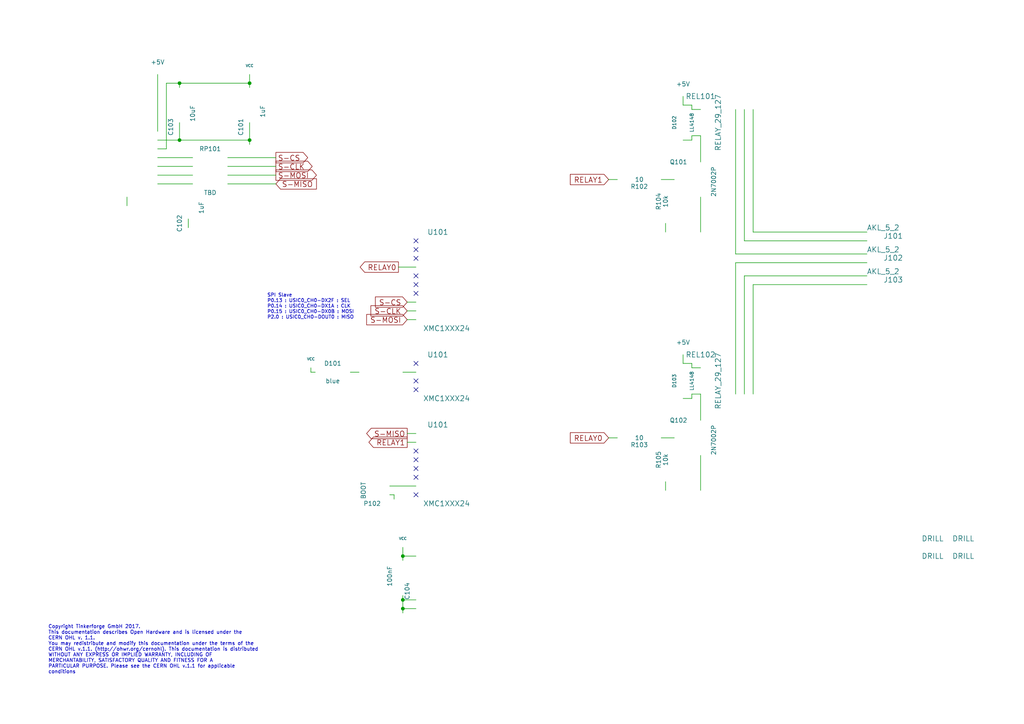
<source format=kicad_sch>
(kicad_sch (version 20230121) (generator eeschema)
  (paper "A4")
  (title_block (title "Dual Relay") (date "2017-04-27") (rev "2.0") (company "Tinkerforge GmbH") (comment 1 "Licensed under CERN OHL v.1.1") (comment 2 "Copyright (©) 2017, B.Nordmeyer <bastian@tinkerforge.com>"))
  (lib_symbols)
  (junction (at 72.39 40.64))
  (junction (at 52.07 40.64))
  (junction (at 52.07 24.13))
  (junction (at 116.84 176.53))
  (junction (at 116.84 161.29))
  (junction (at 116.84 173.99))
  (junction (at 72.39 24.13))
  (no_connect (at 120.65 74.93))
  (no_connect (at 120.65 105.41))
  (no_connect (at 120.65 110.49))
  (no_connect (at 120.65 135.89))
  (no_connect (at 120.65 143.51))
  (no_connect (at 120.65 72.39))
  (no_connect (at 120.65 113.03))
  (no_connect (at 120.65 69.85))
  (no_connect (at 120.65 133.35))
  (no_connect (at 120.65 130.81))
  (no_connect (at 120.65 85.09))
  (no_connect (at 120.65 138.43))
  (no_connect (at 120.65 82.55))
  (no_connect (at 120.65 80.01))
  (wire (pts (xy 45.72 38.1) (xy 45.72 21.59)))
  (wire (pts (xy 200.66 30.48) (xy 198.12 30.48)))
  (wire (pts (xy 116.84 107.95) (xy 120.65 107.95)))
  (wire (pts (xy 200.66 39.37) (xy 203.2 39.37)))
  (wire (pts (xy 115.57 77.47) (xy 120.65 77.47)))
  (wire (pts (xy 120.65 173.99) (xy 116.84 173.99)))
  (wire (pts (xy 120.65 92.71) (xy 118.11 92.71)))
  (wire (pts (xy 118.11 125.73) (xy 120.65 125.73)))
  (wire (pts (xy 52.07 24.13) (xy 72.39 24.13)))
  (wire (pts (xy 176.53 127) (xy 179.07 127)))
  (wire (pts (xy 116.84 161.29) (xy 120.65 161.29)))
  (wire (pts (xy 203.2 106.68) (xy 200.66 106.68)))
  (wire (pts (xy 193.04 142.24) (xy 193.04 139.7)))
  (wire (pts (xy 48.26 24.13) (xy 52.07 24.13)))
  (wire (pts (xy 198.12 105.41) (xy 198.12 102.87)))
  (wire (pts (xy 203.2 31.75) (xy 200.66 31.75)))
  (wire (pts (xy 193.04 67.31) (xy 193.04 64.77)))
  (wire (pts (xy 52.07 35.56) (xy 52.07 40.64)))
  (wire (pts (xy 66.04 50.8) (xy 80.01 50.8)))
  (wire (pts (xy 218.44 82.55) (xy 218.44 114.3)))
  (wire (pts (xy 203.2 121.92) (xy 203.2 114.3)))
  (wire (pts (xy 45.72 53.34) (xy 55.88 53.34)))
  (wire (pts (xy 200.66 40.64) (xy 200.66 39.37)))
  (wire (pts (xy 48.26 43.18) (xy 48.26 24.13)))
  (wire (pts (xy 72.39 21.59) (xy 72.39 24.13)))
  (wire (pts (xy 113.03 143.51) (xy 114.3 143.51)))
  (wire (pts (xy 203.2 132.08) (xy 203.2 142.24)))
  (wire (pts (xy 91.44 107.95) (xy 90.17 107.95)))
  (wire (pts (xy 80.01 53.34) (xy 66.04 53.34)))
  (wire (pts (xy 218.44 31.75) (xy 218.44 67.31)))
  (wire (pts (xy 118.11 87.63) (xy 120.65 87.63)))
  (wire (pts (xy 203.2 57.15) (xy 203.2 67.31)))
  (wire (pts (xy 114.3 143.51) (xy 114.3 144.78)))
  (wire (pts (xy 200.66 105.41) (xy 198.12 105.41)))
  (wire (pts (xy 191.77 127) (xy 195.58 127)))
  (wire (pts (xy 215.9 31.75) (xy 215.9 69.85)))
  (wire (pts (xy 72.39 35.56) (xy 72.39 40.64)))
  (wire (pts (xy 52.07 40.64) (xy 72.39 40.64)))
  (wire (pts (xy 36.83 59.69) (xy 36.83 57.15)))
  (wire (pts (xy 200.66 115.57) (xy 200.66 114.3)))
  (wire (pts (xy 213.36 73.66) (xy 251.46 73.66)))
  (wire (pts (xy 90.17 107.95) (xy 90.17 106.68)))
  (wire (pts (xy 176.53 52.07) (xy 179.07 52.07)))
  (wire (pts (xy 72.39 24.13) (xy 72.39 25.4)))
  (wire (pts (xy 116.84 173.99) (xy 116.84 176.53)))
  (wire (pts (xy 116.84 158.75) (xy 116.84 161.29)))
  (wire (pts (xy 251.46 82.55) (xy 218.44 82.55)))
  (wire (pts (xy 215.9 80.01) (xy 215.9 114.3)))
  (wire (pts (xy 203.2 46.99) (xy 203.2 39.37)))
  (wire (pts (xy 200.66 114.3) (xy 203.2 114.3)))
  (wire (pts (xy 66.04 45.72) (xy 80.01 45.72)))
  (wire (pts (xy 200.66 31.75) (xy 200.66 30.48)))
  (wire (pts (xy 213.36 31.75) (xy 213.36 73.66)))
  (wire (pts (xy 215.9 69.85) (xy 251.46 69.85)))
  (wire (pts (xy 45.72 43.18) (xy 48.26 43.18)))
  (wire (pts (xy 72.39 40.64) (xy 72.39 41.91)))
  (wire (pts (xy 116.84 161.29) (xy 116.84 162.56)))
  (wire (pts (xy 251.46 80.01) (xy 215.9 80.01)))
  (wire (pts (xy 54.61 63.5) (xy 54.61 66.04)))
  (wire (pts (xy 113.03 140.97) (xy 120.65 140.97)))
  (wire (pts (xy 200.66 106.68) (xy 200.66 105.41)))
  (wire (pts (xy 45.72 40.64) (xy 52.07 40.64)))
  (wire (pts (xy 45.72 48.26) (xy 55.88 48.26)))
  (wire (pts (xy 80.01 48.26) (xy 66.04 48.26)))
  (wire (pts (xy 198.12 115.57) (xy 200.66 115.57)))
  (wire (pts (xy 116.84 176.53) (xy 120.65 176.53)))
  (wire (pts (xy 251.46 76.2) (xy 213.36 76.2)))
  (wire (pts (xy 45.72 45.72) (xy 55.88 45.72)))
  (wire (pts (xy 213.36 76.2) (xy 213.36 114.3)))
  (wire (pts (xy 191.77 52.07) (xy 195.58 52.07)))
  (wire (pts (xy 104.14 107.95) (xy 101.6 107.95)))
  (wire (pts (xy 45.72 50.8) (xy 55.88 50.8)))
  (wire (pts (xy 116.84 176.53) (xy 116.84 177.8)))
  (wire (pts (xy 198.12 40.64) (xy 200.66 40.64)))
  (wire (pts (xy 198.12 30.48) (xy 198.12 27.94)))
  (wire (pts (xy 116.84 172.72) (xy 116.84 173.99)))
  (wire (pts (xy 120.65 90.17) (xy 118.11 90.17)))
  (wire (pts (xy 218.44 67.31) (xy 251.46 67.31)))
  (wire (pts (xy 118.11 128.27) (xy 120.65 128.27)))
  (wire (pts (xy 52.07 24.13) (xy 52.07 25.4)))
  (text "SPI Slave\nP0.13 : USIC0_CH0-DX2F : SEL\nP0.14 : USIC0_CH0-DX1A : CLK\nP0.15 : USIC0_CH0-DX0B : MOSI\nP2.0 : USIC0_CH0-DOUT0 : MISO" (at 77.47 92.71 0) (effects (font (size 0.9906 0.9906)) (justify left bottom)))
  (text "Copyright Tinkerforge GmbH 2017.\nThis documentation describes Open Hardware and is licensed under the\nCERN OHL v. 1.1.\nYou may redistribute and modify this documentation under the terms of the\nCERN OHL v.1.1. (http://ohwr.org/cernohl). This documentation is distributed\nWITHOUT ANY EXPRESS OR IMPLIED WARRANTY, INCLUDING OF\nMERCHANTABILITY, SATISFACTORY QUALITY AND FITNESS FOR A\nPARTICULAR PURPOSE. Please see the CERN OHL v.1.1 for applicable\nconditions\n" (at 13.97 195.58 0) (effects (font (size 1.016 1.016)) (justify left bottom)))
  (global_label "S-CLK" (shape input) (at 118.11 90.17 180) (effects (font (size 1.524 1.524))) (property "Intersheetrefs" "${INTERSHEET_REFS}" (effects hide)))
  (global_label "RELAY0" (shape input) (at 176.53 127 180) (effects (font (size 1.524 1.524))) (property "Intersheetrefs" "${INTERSHEET_REFS}" (effects hide)))
  (global_label "RELAY0" (shape output) (at 115.57 77.47 180) (effects (font (size 1.524 1.524))) (property "Intersheetrefs" "${INTERSHEET_REFS}" (effects hide)))
  (global_label "S-MISO" (shape output) (at 118.11 125.73 180) (effects (font (size 1.524 1.524))) (property "Intersheetrefs" "${INTERSHEET_REFS}" (effects hide)))
  (global_label "S-CLK" (shape output) (at 80.01 48.26 0) (effects (font (size 1.524 1.524))) (property "Intersheetrefs" "${INTERSHEET_REFS}" (effects hide)))
  (global_label "S-MISO" (shape input) (at 80.01 53.34 0) (effects (font (size 1.524 1.524))) (property "Intersheetrefs" "${INTERSHEET_REFS}" (effects hide)))
  (global_label "S-MOSI" (shape output) (at 80.01 50.8 0) (effects (font (size 1.524 1.524))) (property "Intersheetrefs" "${INTERSHEET_REFS}" (effects hide)))
  (global_label "S-CS" (shape output) (at 80.01 45.72 0) (effects (font (size 1.524 1.524))) (property "Intersheetrefs" "${INTERSHEET_REFS}" (effects hide)))
  (global_label "RELAY1" (shape input) (at 176.53 52.07 180) (effects (font (size 1.524 1.524))) (property "Intersheetrefs" "${INTERSHEET_REFS}" (effects hide)))
  (global_label "S-MOSI" (shape input) (at 118.11 92.71 180) (effects (font (size 1.524 1.524))) (property "Intersheetrefs" "${INTERSHEET_REFS}" (effects hide)))
  (global_label "S-CS" (shape input) (at 118.11 87.63 180) (effects (font (size 1.524 1.524))) (property "Intersheetrefs" "${INTERSHEET_REFS}" (effects hide)))
  (global_label "RELAY1" (shape output) (at 118.11 128.27 180) (effects (font (size 1.524 1.524))) (property "Intersheetrefs" "${INTERSHEET_REFS}" (effects hide)))
  (symbol (lib_id "CON-SENSOR2") (at 36.83 45.72 0) (mirror y) (unit 1)
    (property "Reference" "P101" (at 33.02 35.56 0) (effects (font (size 1.524 1.524))))
    (property "Value" "CON-SENSOR2" (at 33.02 45.72 90) (effects (font (size 1.524 1.524))))
    (property "Footprint" "CON-SENSOR2" (effects hide))
  )
  (symbol (lib_id "GND") (at 36.83 59.69 0) (unit 1)
    (property "Reference" "#PWR101" (effects hide))
    (property "Value" "GND" (effects hide))
  )
  (symbol (lib_id "VCC") (at 72.39 21.59 0) (unit 1)
    (property "Reference" "#PWR104" (effects hide))
    (property "Value" "VCC" (at 72.39 19.05 0) (effects (font (size 0.762 0.762))))
  )
  (symbol (lib_id "DRILL") (at 279.4 156.21 0) (unit 1)
    (property "Reference" "U104" (effects hide))
    (property "Value" "DRILL" (at 279.4 156.21 0) (effects (font (size 1.524 1.524))))
    (property "Footprint" "DRILL_NP" (effects hide))
  )
  (symbol (lib_id "DRILL") (at 279.4 161.29 0) (unit 1)
    (property "Reference" "U105" (effects hide))
    (property "Value" "DRILL" (at 279.4 161.29 0) (effects (font (size 1.524 1.524))))
    (property "Footprint" "DRILL_NP" (effects hide))
  )
  (symbol (lib_id "DRILL") (at 270.51 161.29 0) (unit 1)
    (property "Reference" "U103" (effects hide))
    (property "Value" "DRILL" (at 270.51 161.29 0) (effects (font (size 1.524 1.524))))
    (property "Footprint" "DRILL_NP" (effects hide))
  )
  (symbol (lib_id "DRILL") (at 270.51 156.21 0) (unit 1)
    (property "Reference" "U102" (effects hide))
    (property "Value" "DRILL" (at 270.51 156.21 0) (effects (font (size 1.524 1.524))))
    (property "Footprint" "DRILL_NP" (effects hide))
  )
  (symbol (lib_id "C") (at 72.39 30.48 180) (unit 1)
    (property "Reference" "C101" (at 69.85 34.29 90) (effects (justify left)))
    (property "Value" "1uF" (at 76.2 30.48 90) (effects (justify left)))
    (property "Footprint" "C0603F" (effects hide))
  )
  (symbol (lib_id "C") (at 52.07 30.48 180) (unit 1)
    (property "Reference" "C103" (at 49.53 34.29 90) (effects (justify left)))
    (property "Value" "10uF" (at 55.88 30.48 90) (effects (justify left)))
    (property "Footprint" "C0805" (effects hide))
  )
  (symbol (lib_id "GND") (at 72.39 41.91 0) (unit 1)
    (property "Reference" "#PWR105" (effects hide))
    (property "Value" "GND" (effects hide))
  )
  (symbol (lib_id "C") (at 116.84 167.64 0) (unit 1)
    (property "Reference" "C104" (at 118.11 173.99 90) (effects (justify left)))
    (property "Value" "100nF" (at 113.03 170.18 90) (effects (justify left)))
    (property "Footprint" "C0603F" (effects hide))
  )
  (symbol (lib_id "VCC") (at 116.84 158.75 0) (unit 1)
    (property "Reference" "#PWR108" (effects hide))
    (property "Value" "VCC" (at 116.84 156.21 0) (effects (font (size 0.762 0.762))))
  )
  (symbol (lib_id "GND") (at 116.84 177.8 0) (unit 1)
    (property "Reference" "#PWR109" (effects hide))
    (property "Value" "GND" (effects hide))
  )
  (symbol (lib_id "LED") (at 96.52 107.95 0) (unit 1)
    (property "Reference" "D101" (at 96.52 105.41 0))
    (property "Value" "blue" (at 96.52 110.49 0))
    (property "Footprint" "D0603E" (effects hide))
  )
  (symbol (lib_id "CONN_01X02") (at 107.95 142.24 180) (unit 1)
    (property "Reference" "P102" (at 107.95 146.05 0))
    (property "Value" "BOOT" (at 105.41 142.24 90))
    (property "Footprint" "kicad-libraries:SolderJumper" (effects hide))
  )
  (symbol (lib_id "VCC") (at 90.17 106.68 0) (unit 1)
    (property "Reference" "#PWR106" (effects hide))
    (property "Value" "VCC" (at 90.17 104.14 0) (effects (font (size 0.762 0.762))))
  )
  (symbol (lib_id "GND") (at 114.3 144.78 0) (unit 1)
    (property "Reference" "#PWR107" (effects hide))
    (property "Value" "GND" (effects hide))
  )
  (symbol (lib_id "R") (at 110.49 107.95 270) (unit 1)
    (property "Reference" "R101" (at 110.49 109.982 90))
    (property "Value" "1k" (at 110.49 107.95 90))
    (property "Footprint" "R0603F" (effects hide))
  )
  (symbol (lib_id "XMC1XXX24") (at 129.54 109.22 0) (unit 3)
    (property "Reference" "U101" (at 127 102.87 0) (effects (font (size 1.524 1.524))))
    (property "Value" "XMC1XXX24" (at 129.54 115.57 0) (effects (font (size 1.524 1.524))))
    (property "Footprint" "kicad-libraries:QFN24-4x4mm-0.5mm" (effects hide))
  )
  (symbol (lib_id "XMC1XXX24") (at 129.54 81.28 0) (unit 2)
    (property "Reference" "U101" (at 127 67.31 0) (effects (font (size 1.524 1.524))))
    (property "Value" "XMC1XXX24" (at 129.54 95.25 0) (effects (font (size 1.524 1.524))))
    (property "Footprint" "kicad-libraries:QFN24-4x4mm-0.5mm" (effects hide))
  )
  (symbol (lib_id "XMC1XXX24") (at 129.54 134.62 0) (unit 4)
    (property "Reference" "U101" (at 127 123.19 0) (effects (font (size 1.524 1.524))))
    (property "Value" "XMC1XXX24" (at 129.54 146.05 0) (effects (font (size 1.524 1.524))))
    (property "Footprint" "kicad-libraries:QFN24-4x4mm-0.5mm" (effects hide))
  )
  (symbol (lib_id "XMC1XXX24") (at 129.54 168.91 0) (unit 1)
    (property "Reference" "U101" (at 125.73 158.75 0) (effects (font (size 1.524 1.524))))
    (property "Value" "XMC1XXX24" (at 129.54 179.07 0) (effects (font (size 1.524 1.524))))
    (property "Footprint" "kicad-libraries:QFN24-4x4mm-0.5mm" (effects hide))
  )
  (symbol (lib_id "RELAY_29_127") (at 210.82 110.49 0) (unit 1)
    (property "Reference" "REL102" (at 203.2 102.87 0) (effects (font (size 1.524 1.524))))
    (property "Value" "RELAY_29_127" (at 208.28 110.49 90) (effects (font (size 1.524 1.524))))
    (property "Footprint" "RELAY_29_127" (effects hide))
  )
  (symbol (lib_id "MOSFET_N_CH") (at 200.66 127 0) (unit 1)
    (property "Reference" "Q102" (at 199.39 121.92 0) (effects (justify right)))
    (property "Value" "2N7002P" (at 207.01 123.19 90) (effects (justify right)))
    (property "Footprint" "SOT23GDS" (effects hide))
  )
  (symbol (lib_id "GND") (at 203.2 142.24 0) (unit 1)
    (property "Reference" "#PWR115" (effects hide))
    (property "Value" "GND" (effects hide))
  )
  (symbol (lib_id "DIODE") (at 198.12 110.49 90) (unit 1)
    (property "Reference" "D103" (at 195.58 110.49 0) (effects (font (size 1.016 1.016))))
    (property "Value" "LL4148" (at 200.66 110.49 0) (effects (font (size 1.016 1.016))))
    (property "Footprint" "MiniMelf" (effects hide))
  )
  (symbol (lib_id "+5V") (at 45.72 21.59 0) (unit 1)
    (property "Reference" "#PWR102" (effects hide))
    (property "Value" "+5V" (at 45.72 18.034 0))
  )
  (symbol (lib_id "+5V") (at 198.12 102.87 0) (unit 1)
    (property "Reference" "#PWR113" (effects hide))
    (property "Value" "+5V" (at 198.12 99.314 0))
  )
  (symbol (lib_id "R") (at 185.42 127 270) (unit 1)
    (property "Reference" "R103" (at 185.42 129.032 90))
    (property "Value" "10" (at 185.42 127 90))
    (property "Footprint" "R0603F" (effects hide))
  )
  (symbol (lib_id "R") (at 193.04 133.35 180) (unit 1)
    (property "Reference" "R105" (at 191.008 133.35 90))
    (property "Value" "10k" (at 193.04 133.35 90))
    (property "Footprint" "R0603F" (effects hide))
  )
  (symbol (lib_id "GND") (at 193.04 142.24 0) (unit 1)
    (property "Reference" "#PWR111" (effects hide))
    (property "Value" "GND" (effects hide))
  )
  (symbol (lib_id "AKL_5_2") (at 256.54 68.58 0) (mirror x) (unit 1)
    (property "Reference" "J101" (at 259.08 68.453 0) (effects (font (size 1.524 1.524))))
    (property "Value" "AKL_5_2" (at 256.159 66.04 0) (effects (font (size 1.524 1.524))))
    (property "Footprint" "AKL_5_2" (effects hide))
  )
  (symbol (lib_id "AKL_5_2") (at 256.54 74.93 0) (mirror x) (unit 1)
    (property "Reference" "J102" (at 259.08 74.803 0) (effects (font (size 1.524 1.524))))
    (property "Value" "AKL_5_2" (at 256.159 72.39 0) (effects (font (size 1.524 1.524))))
    (property "Footprint" "AKL_5_2" (effects hide))
  )
  (symbol (lib_id "AKL_5_2") (at 256.54 81.28 0) (mirror x) (unit 1)
    (property "Reference" "J103" (at 259.08 81.153 0) (effects (font (size 1.524 1.524))))
    (property "Value" "AKL_5_2" (at 256.159 78.74 0) (effects (font (size 1.524 1.524))))
    (property "Footprint" "AKL_5_2" (effects hide))
  )
  (symbol (lib_id "RELAY_29_127") (at 210.82 35.56 0) (unit 1)
    (property "Reference" "REL101" (at 203.2 27.94 0) (effects (font (size 1.524 1.524))))
    (property "Value" "RELAY_29_127" (at 208.28 35.56 90) (effects (font (size 1.524 1.524))))
    (property "Footprint" "RELAY_29_127" (effects hide))
  )
  (symbol (lib_id "MOSFET_N_CH") (at 200.66 52.07 0) (unit 1)
    (property "Reference" "Q101" (at 199.39 46.99 0) (effects (justify right)))
    (property "Value" "2N7002P" (at 207.01 48.26 90) (effects (justify right)))
    (property "Footprint" "SOT23GDS" (effects hide))
  )
  (symbol (lib_id "GND") (at 203.2 67.31 0) (unit 1)
    (property "Reference" "#PWR114" (effects hide))
    (property "Value" "GND" (effects hide))
  )
  (symbol (lib_id "+5V") (at 198.12 27.94 0) (unit 1)
    (property "Reference" "#PWR112" (effects hide))
    (property "Value" "+5V" (at 198.12 24.384 0))
  )
  (symbol (lib_id "R") (at 185.42 52.07 270) (unit 1)
    (property "Reference" "R102" (at 185.42 54.102 90))
    (property "Value" "10" (at 185.42 52.07 90))
    (property "Footprint" "R0603F" (effects hide))
  )
  (symbol (lib_id "R") (at 193.04 58.42 180) (unit 1)
    (property "Reference" "R104" (at 191.008 58.42 90))
    (property "Value" "10k" (at 193.04 58.42 90))
    (property "Footprint" "R0603F" (effects hide))
  )
  (symbol (lib_id "GND") (at 193.04 67.31 0) (unit 1)
    (property "Reference" "#PWR110" (effects hide))
    (property "Value" "GND" (effects hide))
  )
  (symbol (lib_id "R_PACK4") (at 60.96 54.61 0) (unit 1)
    (property "Reference" "RP101" (at 60.96 43.18 0))
    (property "Value" "TBD" (at 60.96 55.88 0))
    (property "Footprint" "kicad-libraries:4X0402" (effects hide))
  )
  (symbol (lib_id "C") (at 54.61 58.42 180) (unit 1)
    (property "Reference" "C102" (at 52.07 62.23 90) (effects (justify left)))
    (property "Value" "1uF" (at 58.42 58.42 90) (effects (justify left)))
    (property "Footprint" "C0402E" (effects hide))
  )
  (symbol (lib_id "GND") (at 54.61 66.04 0) (unit 1)
    (property "Reference" "#PWR103" (effects hide))
    (property "Value" "GND" (effects hide))
  )
  (symbol (lib_id "DIODE") (at 198.12 35.56 90) (unit 1)
    (property "Reference" "D102" (at 195.58 35.56 0) (effects (font (size 1.016 1.016))))
    (property "Value" "LL4148" (at 200.66 35.56 0) (effects (font (size 1.016 1.016))))
    (property "Footprint" "MiniMelf" (effects hide))
  )
)
</source>
